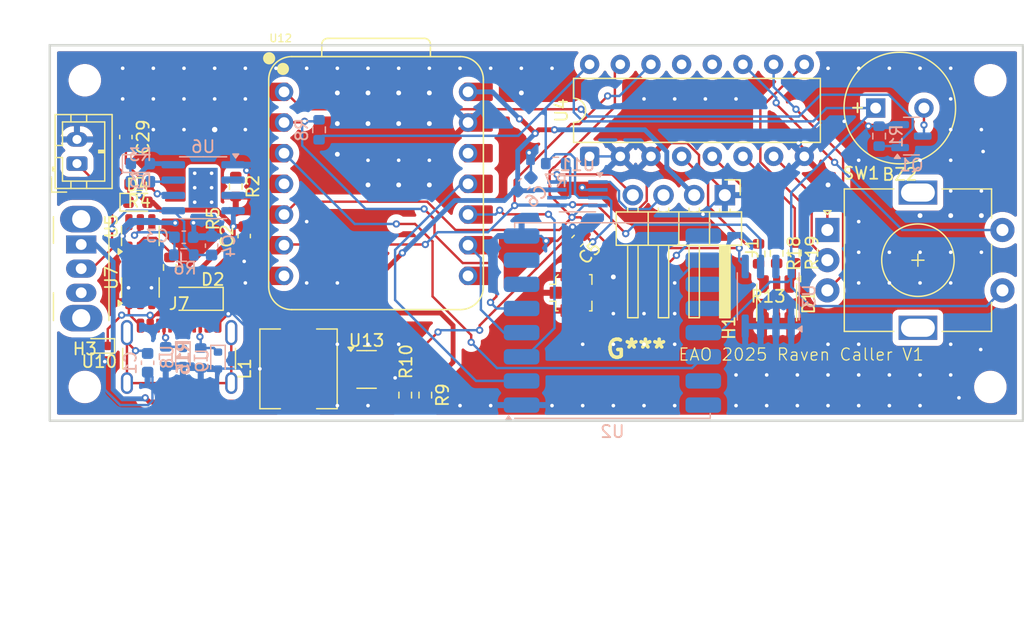
<source format=kicad_pcb>
(kicad_pcb (version 20241229) (generator "pcbnew") (generator_version "9.0")
  (layers (0 "F.Cu" signal) (2 "B.Cu" signal) (13 "F.Paste" user) (15 "B.Paste" user) (5 "F.SilkS" user "F.Silkscreen") (7 "B.SilkS" user "B.Silkscreen") (1 "F.Mask" user) (3 "B.Mask" user) (25 "Edge.Cuts" user))
  (net 0 "")
  (net 1 "Net-(BZ2--)")
  (net 2 "+3.3V")
  (net 3 "Net-(J7-SHIELD)")
  (net 4 "GND")
  (net 5 "Net-(U5-VCC)")
  (net 6 "Net-(D1-BA)")
  (net 7 "Net-(D1-RA)")
  (net 8 "Net-(D1-GA)")
  (net 9 "+5V")
  (net 10 "Net-(D3-K)")
  (net 11 "Net-(D4-K)")
  (net 12 "SDA")
  (net 13 "SCL")
  (net 16 "Net-(J7-CC1)")
  (net 17 "Net-(J7-CC2)")
  (net 22 "BUZZER")
  (net 23 "Net-(U6-PROG)")
  (net 24 "Net-(U6-~{CHRG})")
  (net 25 "Net-(U6-~{STDBY})")
  (net 26 "Net-(U5-CS)")
  (net 27 "2R")
  (net 28 "2G")
  (net 29 "2B")
  (net 39 "Net-(U5-OD)")
  (net 41 "Net-(U5-OC)")
  (net 43 "vbus")
  (net 44 "Bat")
  (net 45 "Net-(J3-In)")
  (net 46 "CS")
  (net 47 "RotSwit")
  (net 48 "RotB")
  (net 49 "RotC")
  (net 50 "RotA")
  (net 53 "INT")
  (net 54 "MOSI")
  (net 55 "MISO")
  (net 56 "SCK")
  (net 57 "Net-(U7-D1)")
  (net 58 "Net-(J1-Pin_3)")
  (net 59 "Net-(J1-Pin_4)")
  (net 60 "Net-(U13-SW)")
  (net 61 "Net-(U11-OE)")
  (net 62 "Net-(U13-V_{FB})")
  (footprint "Package_TO_SOT_SMD:SOT-23-6" (layer "F.Cu") (at 125.9 111.2625 90)
    (property "Reference" "U7")
    (property "Value" "~")
  )
  (footprint "Package_TO_SOT_SMD:SOT-23-6" (layer "F.Cu") (at 125.899999 106.987501 90)
    (property "Reference" "U5")
    (property "Value" "DW01A" (hide yes))
  )
  (footprint "Resistor_SMD:R_0603_1608Metric" (layer "F.Cu") (at 125.8 102.7 180)
    (property "Reference" "R4")
    (property "Value" "1k")
  )
  (footprint "Resistor_SMD:R_0603_1608Metric" (layer "F.Cu") (at 133.8 102.9 -90)
    (property "Reference" "R2")
    (property "Value" "2k")
  )
  (footprint "Resistor_SMD:R_0603_1608Metric" (layer "F.Cu") (at 177.099999 108.475001 -90)
    (property "Reference" "R13")
    (property "Value" "220")
  )
  (footprint "MountingHole:MountingHole_2.2mm_M2" (layer "F.Cu") (at 121.3 94.1)
    (property "Reference" "H4" (hide yes))
    (property "Value" "MountingHole")
  )
  (footprint "Package_DIP:DIP-16_W7.62mm" (layer "F.Cu") (at 163.11 100.405 90)
    (property "Reference" "U4")
    (property "Value" "PCF8574AP")
  )
  (footprint "SEEED Xiao:XIAO-SAMD21-DIP" (layer "F.Cu") (at 145.52 102.6175)
    (property "Reference" "U12")
    (property "Value" "XIAO-SAMD21-DIP")
  )
  (footprint "Diode_SMD:Nexperia_CFP3_SOD-123W" (layer "F.Cu") (at 130.5 112.2 180)
    (property "Reference" "D2")
    (property "Value" "PMEG6020ER" (hide yes))
  )
  (footprint "Inductor_SMD:L_6.3x6.3_H3" (layer "F.Cu") (at 139 118 90)
    (property "Reference" "L1")
    (property "Value" "L")
  )
  (footprint "Connector_USB:USB_C_Receptacle_GCT_USB4105-xx-A_16P_TopMnt_Horizontal" (layer "F.Cu") (at 129.11 118.105)
    (property "Reference" "J7")
    (property "Value" "USB_C_Receptacle_USB2.0_16P" (hide yes))
  )
  (footprint "Buzzer_Beeper:MagneticBuzzer_PUI_AT-0927-TT-6-R" (layer "F.Cu") (at 186.799999 96.4)
    (property "Reference" "BZ2")
    (property "Value" "Buzzer")
  )
  (footprint "Rotary_Encoder:RotaryEncoder_Alps_EC11E-Switch_Vertical_H20mm" (layer "F.Cu") (at 182.8 106.5)
    (property "Reference" "SW1")
    (property "Value" "RotaryEncoder_Switch" (hide yes))
  )
  (footprint "Package_TO_SOT_SMD:SOT-23-6" (layer "F.Cu") (at 144.6375 118.05)
    (property "Reference" "U13")
    (property "Value" "MCP1640Cx-xCHY" (hide yes))
  )
  (footprint "Connector_PinHeader_2.54mm:PinHeader_1x04_P2.54mm_Horizontal" (layer "F.Cu") (at 174.31 103.615 -90)
    (property "Reference" "J1")
    (property "Value" "I2C LCD")
  )
  (footprint "Capacitor_SMD:C_0603_1608Metric" (layer "F.Cu") (at 124.7 98.8 -90)
    (property "Reference" "C29")
    (property "Value" "3")
  )
  (footprint "Resistor_SMD:R_0603_1608Metric" (layer "F.Cu") (at 180.099999 108.4 -90)
    (property "Reference" "R19")
    (property "Value" "220")
  )
  (footprint "Connector_Coaxial:U.FL_Molex_MCRF_73412-0110_Vertical" (layer "F.Cu") (at 161.8 111.7 90)
    (property "Reference" "J3" (hide yes))
    (property "Value" "Conn_Coaxial")
  )
  (footprint "Capacitor_SMD:C_0603_1608Metric" (layer "F.Cu") (at 134.5 107 90)
    (property "Reference" "C2")
    (property "Value" "4n7")
  )
  (footprint "Connector_JST:JST_PH_B2B-PH-K_1x02_P2.00mm_Vertical" (layer "F.Cu") (at 120.65 101 90)
    (property "Reference" "J2" (hide yes))
    (property "Value" "Conn_01x02_Pin" (hide yes))
  )
  (footprint "Resistor_SMD:R_0603_1608Metric" (layer "F.Cu") (at 178.599998 108.44 -90)
    (property "Reference" "R18")
    (property "Value" "220")
  )
  (footprint "MountingHole:MountingHole_2.2mm_M2" (layer "F.Cu") (at 121.3 119.5)
    (property "Reference" "H3")
    (property "Value" "MountingHole" (hide yes))
  )
  (footprint "Capacitor_SMD:C_0603_1608Metric" (layer "F.Cu") (at 162.1 107.4 -135)
    (property "Reference" "C5")
    (property "Value" "4u7")
  )
  (footprint "Resistor_SMD:R_0603_1608Metric" (layer "F.Cu") (at 149.5 120.175 -90)
    (property "Reference" "R9")
    (property "Value" "976k" (hide yes))
  )
  (footprint "Diode_SMD:D_SOD-523" (layer "F.Cu") (at 122.5 116.1 180)
    (property "Reference" "U10")
    (property "Value" "TPD1E05U06DYA" (hide yes))
  )
  (footprint "EAOLogo:eaologoSMALL" (layer "F.Cu") (at 166.977623 116.363047)
    (property "Reference" "G***")
    (property "Value" "LOGO" (hide yes))
  )
  (footprint "Button_Switch_THT:SW_Slide_SPDT_Angled_CK_OS102011MA1Q" (layer "F.Cu") (at 121 107.7 -90)
    (property "Reference" "SW2" (hide yes))
    (property "Value" "SW_SPDT" (hide yes))
  )
  (footprint "Resistor_SMD:R_0603_1608Metric" (layer "F.Cu") (at 128.341443 109.6 -90)
    (property "Reference" "R5")
    (property "Value" "1k")
  )
  (footprint "LED_SMD:LED_ROHM_SMLVN6" (layer "F.Cu") (at 178.6 112.5 -90)
    (property "Reference" "D1")
    (property "Value" "SMLVN6RGB")
  )
  (footprint "MountingHole:MountingHole_2.2mm_M2" (layer "F.Cu") (at 196.3 119.5)
    (property "Reference" "H1")
    (property "Value" "MountingHole" (hide yes))
  )
  (footprint "Resistor_SMD:R_0603_1608Metric" (layer "F.Cu") (at 147.83744 120.174999 90)
    (property "Reference" "R10")
    (property "Value" "309k" (hide yes))
  )
  (footprint "MountingHole:MountingHole_2.2mm_M2" (layer "F.Cu") (at 196.3 94.1)
    (property "Reference" "H2" (hide yes))
    (property "Value" "MountingHole" (hide yes))
  )
  (footprint "LED_SMD:LED_0603_1608Metric" (layer "F.Cu") (at 125.7 104.2)
    (property "Reference" "D4")
    (property "Value" "LED")
  )
  (footprint "Resistor_SMD:R_0603_1608Metric" (layer "B.Cu") (at 187.0875 98.725 90)
    (property "Reference" "R1")
    (property "Value" "2k2")
  )
  (footprint "Package_SO:SSOP-8_2.95x2.8mm_P0.65mm" (layer "B.Cu") (at 162.1 103.5 180)
    (property "Reference" "U11")
    (property "Value" "TXS0102DCT")
  )
  (footprint "Diode_SMD:D_SOD-523" (layer "B.Cu") (at 129.422687 117.017494 -90)
    (property "Reference" "U8")
    (property "Value" "TPD1E05U06DYA")
  )
  (footprint "Resistor_SMD:R_0603_1608Metric" (layer "B.Cu") (at 130.9 117.1 -90)
    (property "Reference" "R16")
    (property "Value" "5k1")
  )
  (footprint "Resistor_SMD:R_0603_1608Metric" (layer "B.Cu") (at 129.5 108.57)
    (property "Reference" "R6")
    (property "Value" "100")
  )
  (footprint "Package_TO_SOT_SMD:SOT-23" (layer "B.Cu") (at 189.7625 98.725)
    (property "Reference" "Q1")
    (property "Value" "BSS138")
  )
  (footprint "Capacitor_SMD:C_0603_1608Metric" (layer "B.Cu") (at 157.7 102.7 45)
    (property "Reference" "C6")
    (property "Value" "10u")
  )
  (footprint "Capacitor_SMD:C_0603_1608Metric" (layer "B.Cu") (at 126.5 117.5 -90)
    (property "Reference" "C1")
    (property "Value" "10n")
  )
  (footprint "Resistor_SMD:R_0603_1608Metric" (layer "B.Cu") (at 160.3 101)
    (property "Reference" "R7")
    (property "Value" "10k")
  )
  (footprint "Package_SO:SOIC-8_3.9x4.9mm_P1.27mm" (layer "B.Cu") (at 177.899999 112.000001 90)
    (property "Reference" "U3")
    (property "Value" "24LC256")
  )
  (footprint "LED_SMD:LED_0603_1608Metric" (layer "B.Cu") (at 125.9 101)
    (property "Reference" "D3")
    (property "Value" "LED")
  )
  (footprint "Diode_SMD:D_SOD-523" (layer "B.Cu") (at 132.327927 117.313528 -90)
    (property "Reference" "U9")
    (property "Value" "TPD1E05U06DYA")
  )
  (footprint "Resistor_SMD:R_0603_1608Metric" (layer "B.Cu") (at 140.7 98.2 -90)
    (property "Reference" "R8")
    (property "Value" "10k")
  )
  (footprint "Resistor_SMD:R_0603_1608Metric" (layer "B.Cu") (at 128 117 90)
    (property "Reference" "R15")
    (property "Value" "5k1")
  )
  (footprint "Resistor_SMD:R_0603_1608Metric" (layer "B.Cu") (at 125.9 102.5 180)
    (property "Reference" "R3")
    (property "Value" "1k")
  )
  (footprint "Capacitor_SMD:C_0603_1608Metric" (layer "B.Cu") (at 129.5 107.1)
    (property "Reference" "C3")
    (property "Value" "3")
  )
  (footprint "Package_SO:SOIC-8-1EP_3.9x4.9mm_P1.27mm_EP2.41x3.3mm_ThermalVias" (layer "B.Cu") (at 131.1 103 180)
    (property "Reference" "U6")
    (property "Value" "TP4056-42-ESOP8")
  )
  (footprint "Capacitor_SMD:C_0603_1608Metric" (layer "B.Cu") (at 131.8 107.8 90)
    (property "Reference" "C4")
    (property "Value" "10u")
  )
  (footprint "RF_Module:HOPERF_RFM9XW_SMD" (layer "B.Cu") (at 165 114)
    (property "Reference" "U2")
    (property "Value" "RFM95W-915S2")
  )
  (gr_rect (start 118.4 91.2) (end 199 122.3) (stroke (width 0.2)) (fill no) (layer "Edge.Cuts"))
  (gr_text "EAO 2025 Raven Caller V1" (at 170.4 117.4 0) (layer "F.SilkS") (effects (font (size 1 1) (thickness 0.1)) (justify left bottom)))
  (segment (start 190.799999 96.4) (end 190.8 97.8) (width 0.2) (layer "F.Cu") (net 1))
  (via (at 190.8 97.8) (size 0.6) (drill 0.3) (layers "F.Cu" "B.Cu") (net 1))
  (segment (start 190.8 97.8) (end 190.8 98.625) (width 0.2) (layer "B.Cu") (net 1))
  (segment (start 190.8 98.625) (end 190.7 98.725) (width 0.2) (layer "B.Cu") (net 1))
  (segment (start 145.072532 117.1) (end 144.6 117.572532) (width 0.4) (layer "F.Cu") (net 2))
  (segment (start 154 114.8) (end 154 114.4) (width 0.2) (layer "F.Cu") (net 2))
  (segment (start 163.375028 107.475028) (end 163.271044 107.475028) (width 0.2) (layer "F.Cu") (net 2))
  (segment (start 144.6 117.572532) (end 144.6 118.562499) (width 0.4) (layer "F.Cu") (net 2))
  (segment (start 140.75 119) (end 139 120.75) (width 0.4) (layer "F.Cu") (net 2))
  (segment (start 144.162499 119) (end 143.5 119) (width 0.2) (layer "F.Cu") (net 2))
  (segment (start 145.775 117.1) (end 145.072532 117.1) (width 0.2) (layer "F.Cu") (net 2))
  (segment (start 143.5 119) (end 140.75 119) (width 0.4) (layer "F.Cu") (net 2))
  (segment (start 150.55 114.95) (end 148.4 117.1) (width 0.2) (layer "F.Cu") (net 2))
  (segment (start 148.4 117.1) (end 145.775 117.1) (width 0.2) (layer "F.Cu") (net 2))
  (segment (start 144.6 118.562499) (end 144.162499 119) (width 0.4) (layer "F.Cu") (net 2))
  (segment (start 161.548008 106.851992) (end 162.648008 106.851992) (width 0.2) (layer "F.Cu") (net 2))
  (segment (start 154 114.4) (end 161.548008 106.851992) (width 0.2) (layer "F.Cu") (net 2))
  (segment (start 126.65 120.75) (end 126.3 120.4) (width 0.4) (layer "F.Cu") (net 2))
  (segment (start 139 120.75) (end 126.65 120.75) (width 0.4) (layer "F.Cu") (net 2))
  (segment (start 163.271044 107.475028) (end 162.648008 106.851992) (width 0.2) (layer "F.Cu") (net 2))
  (via (at 126.3 120.4) (size 0.6) (drill 0.3) (layers "F.Cu" "B.Cu") (net 2))
  (via (at 150.55 114.95) (size 0.6) (drill 0.3) (layers "F.Cu" "B.Cu") (net 2))
  (via (at 163.375028 107.475028) (size 0.6) (drill 0.3) (layers "F.Cu" "B.Cu") (net 2))
  (via (at 154 114.8) (size 0.6) (drill 0.3) (layers "F.Cu" "B.Cu") (net 2))
  (segment (start 159.475 101) (end 159.475 97) (width 0.2) (layer "B.Cu") (net 2))
  (segment (start 172.525 115) (end 173.853032 115) (width 0.2) (layer "B.Cu") (net 2))
  (segment (start 159.475 101) (end 160.251 100.224) (width 0.2) (layer "B.Cu") (net 2))
  (segment (start 182.7329 96.4) (end 186.799999 96.4) (width 0.2) (layer "B.Cu") (net 2))
  (segment (start 123.651 119.715206) (end 123.651 109.151) (width 0.4) (layer "B.Cu") (net 2))
  (segment (start 140.7 99.025) (end 141.025 98.7) (width 0.2) (layer "B.Cu") (net 2))
  (segment (start 195.999 112.801) (end 181.39603 112.801) (width 0.2) (layer "B.Cu") (net 2))
  (segment (start 126.3 120.4) (end 126.219 120.481) (width 0.4) (layer "B.Cu") (net 2))
  (segment (start 158.9475 96.9475) (end 159.0475 96.8475) (width 0.2) (layer "B.Cu") (net 2))
  (segment (start 160.251 100.224) (end 161.538064 100.224) (width 0.2) (layer "B.Cu") (net 2))
  (segment (start 179.804999 110.5) (end 179.804999 109.525001) (width 0.2) (layer "B.Cu") (net 2))
  (segment (start 161.799 96.748943) (end 162.552057 97.502) (width 0.2) (layer "B.Cu") (net 2))
  (segment (start 159.3225 96.8475) (end 159.475 97) (width 0.2) (layer "B.Cu") (net 2))
  (segment (start 179.804999 111.209969) (end 179.804999 109.525001) (width 0.2) (layer "B.Cu") (net 2))
  (segment (start 159.3225 96.6225) (end 159.2975 96.5975) (width 0.2) (layer "B.Cu") (net 2))
  (segment (start 179.804999 109.525001) (end 179.804999 103.395) (width 0.2) (layer "B.Cu") (net 2))
  (segment (start 158.9475 96.9525) (end 158.9475 96.9475) (width 0.2) (layer "B.Cu") (net 2))
  (segment (start 123.651 109.151) (end 122 107.5) (width 0.4) (layer "B.Cu") (net 2))
  (segment (start 164.901 104.101) (end 164.625 103.825) (width 0.2) (layer "B.Cu") (net 2))
  (segment (start 162.552057 97.502) (end 181.6309 97.502) (width 0.2) (layer "B.Cu") (net 2))
  (segment (start 179.804999 103.395) (end 186.799999 96.4) (width 0.2) (layer "B.Cu") (net 2))
  (segment (start 122 107.5) (end 121.5 107.5) (width 0.4) (layer "B.Cu") (net 2))
  (segment (start 178.052031 110.801001) (end 179.503998 110.801001) (width 0.2) (layer "B.Cu") (net 2))
  (segment (start 159.475 97) (end 159.475 96.42) (width 0.2) (layer "B.Cu") (net 2))
  (segment (start 181.39603 112.801) (end 179.804999 111.209969) (width 0.2) (layer "B.Cu") (net 2))
  (segment (start 158.9475 96.9475) (end 159.2975 96.5975) (width 0.2) (layer "B.Cu") (net 2))
  (segment (start 124.416794 120.481) (end 123.651 119.715206) (width 0.4) (layer "B.Cu") (net 2))
  (segment (start 163.11 92.785) (end 161.799 94.096) (width 0.2) (layer "B.Cu") (net 2))
  (segment (start 159.9975 95.8975) (end 163.11 92.785) (width 0.2) (layer "B.Cu") (net 2))
  (segment (start 164.625 103.825) (end 163.8 103.825) (width 0.2) (layer "B.Cu") (net 2))
  (segment (start 179.503998 110.801001) (end 179.804999 110.5) (width 0.2) (layer "B.Cu") (net 2))
  (segment (start 161.799 94.096) (end 161.799 96.748943) (width 0.2) (layer "B.Cu") (net 2))
  (segment (start 161.901 103.501) (end 162.225 103.825) (width 0.2) (layer "B.Cu") (net 2))
  (segment (start 181.6309 97.502) (end 182.7329 96.4) (width 0.2) (layer "B.Cu") (net 2))
  (segment (start 161.538064 100.224) (end 161.901 100.586936) (width 0.2) (layer "B.Cu") (net 2))
  (segment (start 150.55 114.95) (end 150.7 114.8) (width 0.2) (layer "B.Cu") (net 2))
  (segment (start 159.3225 96.8475) (end 159.3225 96.6225) (width 0.2) (layer "B.Cu") (net 2))
  (segment (start 159.475 96.42) (end 159.9975 95.8975) (width 0.2) (layer "B.Cu") (net 2))
  (segment (start 150.7 114.8) (end 154 114.8) (width 0.2) (layer "B.Cu") (net 2))
  (segment (start 157.2 98.7) (end 158.9475 96.9525) (width 0.2) (layer "B.Cu") (net 2))
  (segment (start 159.0475 96.8475) (end 159.3225 96.8475) (width 0.2) (layer "B.Cu") (net 2))
  (segment (start 163.375028 107.475028) (end 164.901 105.949057) (width 0.2) (layer "B.Cu") (net 2))
  (segment (start 161.901 100.586936) (end 161.901 103.501) (width 0.2) (layer "B.Cu") (net 2))
  (segment (start 141.025 98.7) (end 157.2 98.7) (width 0.2) (layer "B.Cu") (net 2))
  (segment (start 164.901 105.949057) (end 164.901 104.101) (width 0.2) (layer "B.Cu") (net 2))
  (segment (start 173.853032 115) (end 178.052031 110.801001) (width 0.2) (layer "B.Cu") (net 2))
  (segment (start 197.3 111.5) (end 195.999 112.801) (width 0.2) (layer "B.Cu") (net 2))
  (segment (start 126.219 120.481) (end 124.416794 120.481) (width 0.4) (layer "B.Cu") (net 2))
  (segment (start 159.2975 96.5975) (end 159.9975 95.8975) (width 0.2) (layer "B.Cu") (net 2))
  (segment (start 162.225 103.825) (end 163.8 103.825) (width 0.2) (layer "B.Cu") (net 2))
  (segment (start 124.79 115) (end 124.79 115.79) (width 0.2) (layer "F.Cu") (net 3))
  (segment (start 124.79 115.79) (end 125.5 116.5) (width 0.2) (layer "F.Cu") (net 3))
  (segment (start 124.79 119.18) (end 124.79 115) (width 0.2) (layer "F.Cu") (net 3))
  (segment (start 133.43 119.18) (end 124.79 119.18) (width 0.2) (layer "F.Cu") (net 3))
  (segment (start 133.43 115) (end 133.43 119.18) (width 0.2) (layer "F.Cu") (net 3))
  (via (at 125.5 116.5) (size 0.6) (drill 0.3) (layers "F.Cu" "B.Cu") (net 3))
  (segment (start 126.275 116.5) (end 126.5 116.725) (width 0.2) (layer "B.Cu") (net 3))
  (segment (start 125.5 116.5) (end 126.275 116.5) (width 0.2) (layer "B.Cu") (net 3))
  (segment (start 143.5 118.05) (end 135.85 118.05) (width 0.2) (layer "F.Cu") (net 4))
  (segment (start 158.1 100.1) (end 155.6 97.6) (width 0.2) (layer "F.Cu") (net 4))
  (segment (start 167.030473 104.902287) (end 165.501 104.902287) (width 0.2) (layer "F.Cu") (net 4))
  (segment (start 180.89 100.405) (end 180.89 99.79) (width 0.2) (layer "F.Cu") (net 4))
  (segment (start 126.849999 112.4) (end 128.341443 110.908556) (width 0.2) (layer "F.Cu") (net 4))
  (segment (start 132.31 114.425) (end 132.31 114.317362) (width 0.2) (layer "F.Cu") (net 4))
  (segment (start 167.841 104.09176) (end 167.030473 104.902287) (width 0.2) (layer "F.Cu") (net 4))
  (segment (start 163.584492 102.985779) (end 165.501 104.902287) (width 0.2) (layer "F.Cu") (net 4))
  (segment (start 172.169 101.19905) (end 172.169 100.28695) (width 0.2) (layer "F.Cu") (net 4))
  (segment (start 161.580908 106.251992) (end 161.7 106.251992) (width 0.2) (layer "F.Cu") (net 4))
  (segment (start 124.919255 112.369254) (end 124.950001 112.4) (width 0.2) (layer "F.Cu") (net 4))
  (segment (start 167.841 102.596) (end 167.841 104.09176) (width 0.2) (layer "F.Cu") (net 4))
  (segment (start 174.31 103.34005) (end 172.169 101.19905) (width 0.2) (layer "F.Cu") (net 4))
  (segment (start 126.849999 111.318244) (end 126.819255 111.2875) (width 0.2) (layer "F.Cu") (net 4))
  (segment (start 174.31 103.615) (end 174.31 103.34005) (width 0.2) (layer "F.Cu") (net 4))
  (segment (start 180.89 99.79) (end 180.4 99.3) (width 0.2) (layer "F.Cu") (net 4))
  (segment (start 162.501 102.985779) (end 163.584492 102.985779) (width 0.2) (layer "F.Cu") (net 4))
  (segment (start 165.65 100.405) (end 167.841 102.596) (width 0.2) (layer "F.Cu") (net 4))
  (segment (start 126.849999 112.4) (end 126.849999 111.318244) (width 0.2) (layer "F.Cu") (net 4))
  (segment (start 124.95 106.462083) (end 124.95 105.850001) (width 0.2) (layer "F.Cu") (net 4))
  (segment (start 172.169 100.28695) (end 171.18605 99.304) (width 0.2) (layer "F.Cu") (net 4))
  (segment (start 129.117443 109.649) (end 128.341443 110.425) (width 0.2) (layer "F.Cu") (net 4))
  (segment (start 155.6 97.6) (end 153.875 97.6) (width 0.2) (layer "F.Cu") (net 4))
  (segment (start 124.412083 107) (end 124.95 106.462083) (width 0.2) (layer "F.Cu") (net 4))
  (segment (start 129.117443 107.082557) (end 129.117443 109.649) (width 0.2) (layer "F.Cu") (net 4))
  (segment (start 159.5 107.4) (end 160.4329 107.4) (width 0.2) (layer "F.Cu") (net 4))
  (segment (start 124.919255 111.2875) (end 124.919255 112.369254) (width 0.2) (layer "F.Cu") (net 4))
  (segment (start 128.341443 110.908556) (end 128.341443 110.425) (width 0.2) (layer "F.Cu") (net 4))
  (segment (start 169.291 99.304) (end 168.19 100.405) (width 0.2) (layer "F.Cu") (net 4))
  (segment (start 121.8 116.249) (end 122.951 117.4) (width 0.2) (layer "F.Cu") (net 4))
  (segment (start 134.175 103.725) (end 133.8 103.725) (width 0.2) (layer "F.Cu") (net 4))
  (segment (start 124.950001 113.465001) (end 124.950001 112.4) (width 0.2) (layer "F.Cu") (net 4))
  (segment (start 147.599999 119.349999) (end 147 118.75) (width 0.2) (layer "F.Cu") (net 4))
  (segment (start 171.18605 99.304) (end 169.291 99.304) (width 0.2) (layer "F.Cu") (net 4))
  (segment (start 185.8 97.5) (end 184.2 97.5) (width 0.2) (layer "F.Cu") (net 4))
  (segment (start 130.285735 105.914265) (end 130.3 105.9) (width 0.2) (layer "F.Cu") (net 4))
  (segment (start 135.85 118.05) (end 135.8 118) (width 0.2) (layer "F.Cu") (net 4))
  (segment (start 130.3 105.9) (end 129.117443 107.082557) (width 0.2) (layer "F.Cu") (net 4))
  (segment (start 128.785735 105.914265) (end 130.285735 105.914265) (width 0.2) (layer "F.Cu") (net 4))
  (segment (start 160.4329 107.4) (end 161.580908 106.251992) (width 0.2) (layer "F.Cu") (net 4))
  (segment (start 121.8 116.1) (end 121.8 116.249) (width 0.2) (layer "F.Cu") (net 4))
  (segment (start 124.4 107) (end 124.412083 107) (width 0.2) (layer "F.Cu") (net 4))
  (segment (start 147.83744 119.349999) (end 147.599999 119.349999) (width 0.2) (layer "F.Cu") (net 4))
  (segment (start 186.2 97.9) (end 185.8 97.5) (width 0.2) (layer "F.Cu") (net 4))
  (segment (start 132.31 114.317362) (end 133.182527 113.444835) (width 0.2) (layer "F.Cu") (net 4))
  (segment (start 125.91 114.425) (end 124.950001 113.465001) (width 0.2) (layer "F.Cu") (net 4))
  (via (at 185.395 108.3455) (size 0.6) (drill 0.3) (layers "F.Cu" "B.Cu") (net 4))
  (via (at 185.395 118.5055) (size 0.6) (drill 0.3) (layers "F.Cu" "B.Cu") (net 4))
  (via (at 170.155 95.6455) (size 0.6) (drill 0.3) (layers "F.Cu" "B.Cu") (net 4))
  (via (at 177.775 118.5055) (size 0.6) (drill 0.3) (layers "F.Cu" "B.Cu") (net 4))
  (via (at 157.455 95.147717) (size 0.6) (drill 0.4) (layers "F.Cu" "B.Cu") (net 4))
  (via (at 149.835 100.7255) (size 0.6) (drill 0.3) (layers "F.Cu" "B.Cu") (net 4))
  (via (at 124.435 93.1055) (size 0.6) (drill 0.3) (layers "F.Cu" "B.Cu") (net 4))
  (via (at 128.785735 105.914265) (size 0.6) (drill 0.3) (layers "F.Cu" "B.Cu") (net 4))
  (via (at 149.835 95.147717) (size 0.6) (drill 0.4) (layers "F.Cu" "B.Cu") (net 4))
  (via (at 122.951 117.4) (size 0.6) (drill 0.3) (layers "F.Cu" "B.Cu") (net 4))
  (via (at 184.2 97.5) (size 0.6) (drill 0.3) (layers "F.Cu" "B.Cu") (net 4))
  (via (at 193.015 110.8855) (size 0.6) (drill 0.3) (layers "F.Cu" "B.Cu") (net 4))
  (via (at 144.755 93.1055) (size 0.6) (drill 0.3) (layers "F.Cu" "B.Cu") (net 4))
  (via (at 193.7 120.4) (size 0.6) (drill 0.3) (layers "F.Cu" "B.Cu") (net 4))
  (via (at 134.595 110.8855) (size 0.6) (drill 0.3) (layers "F.Cu" "B.Cu") (net 4))
  (via (at 195.7 100) (size 0.6) (drill 0.3) (layers "F.Cu" "B.Cu") (net 4))
  (via (at 132.055 98.1855) (size 0.6) (drill 0.45) (layers "F.Cu" "B.Cu") (net 4))
  (via (at 195.5 116.4) (size 0.6) (drill 0.3) (layers "F.Cu" "B.Cu") (net 4))
  (via (at 182.855 115.9655) (size 0.6) (drill 0.3) (layers "F.Cu" "B.Cu") (net 4))
  (via (at 165.075 115.9655) (size 0.6) (drill 0.3) (layers "F.Cu" "B.Cu") (net 4))
  (via (at 187.935 108.3455) (size 0.6) (drill 0.3) (layers "F.Cu" "B.Cu") (net 4))
  (via (at 190.475 110.8855) (size 0.6) (drill 0.3) (layers "F.Cu" "B.Cu") (net 4))
  (via (at 142.215 115.9655) (size 0.6) (drill 0.3) (layers "F.Cu" "B.Cu") (net 4))
  (via (at 182.855 102.767717) (size 0.6) (drill 0.4) (layers "F.Cu" "B.Cu") (net 4))
  (via (at 134.707874 101.567967) (size 0.6) (drill 0.3) (layers "F.Cu" "B.Cu") (net 4))
  (via (at 190.475 100.7255) (size 0.6) (drill 0.3) (layers "F.Cu" "B.Cu") (net 4))
  (via (at 129.515 95.6455) (size 0.6) (drill 0.3) (layers "F.Cu" "B.Cu") (net 4))
  (via (at 147 118.75) (size 0.6) (drill 0.3) (layers "F.Cu" "B.Cu") (net 4))
  (via (at 126.975 98.1855) (size 0.6) (drill 0.3) (layers "F.Cu" "B.Cu") (net 4))
  (via (at 159.995 93.1055) (size 0.6) (drill 0.3) (layers "F.Cu" "B.Cu") (net 4))
  (via (at 195.555 108.3455) (size 0.6) (drill 0.3) (layers "F.Cu" "B.Cu") (net 4))
  (via (at 175.235 118.5055) (size 0.6) (drill 0.3) (layers "F.Cu" "B.Cu") (net 4))
  (via (at 167.615 113.4255) (size 0.6) (drill 0.3) (layers "F.Cu" "B.Cu") (net 4))
  (via (at 126.975 95.6455) (size 0.6) (drill 0.3) (layers "F.Cu" "B.Cu") (net 4))
  (via (at 144.755 97.687717) (size 0.6) (drill 0.4) (layers "F.Cu" "B.Cu") (net 4))
  (via (at 139.675 93.1055) (size 0.6) (drill 0.3) (layers "F.Cu" "B.Cu") (net 4))
  (via (at 187.935 118.5055) (size 0.6) (drill 0.3) (layers "F.Cu" "B.Cu") (net 4))
  (via (at 190.475 118.5055) (size 0.6) (drill 0.3) (layers "F.Cu" "B.Cu") (net 4))
  (via (at 124.919255 111.2875) (size 0.6) (drill 0.3) (layers "F.Cu" "B.Cu") (net 4))
  (via (at 170.155 121.0455) (size 0.6) (drill 0.3) (layers "F.Cu" "B.Cu") (net 4))
  (via (at 172.695 95.6455) (size 0.6) (drill 0.3) (layers "F.Cu" "B.Cu") (net 4))
  (via (at 126.975 93.1055) (size 0.6) (drill 0.3) (layers "F.Cu" "B.Cu") (net 4))
  (via (at 149.835 97.687717) (size 0.6) (drill 0.4) (layers "F.Cu" "B.Cu") (net 4))
  (via (at 193.015 100.7255) (size 0.6) (drill 0.3) (layers "F.Cu" "B.Cu") (net 4))
  (via (at 147.295 115.9655) (size 0.6) (drill 0.3) (layers "F.Cu" "B.Cu") (net 4))
  (via (at 144.755 100.7255) (size 0.6) (drill 0.3) (layers "F.Cu" "B.Cu") (net 4))
  (via (at 132.055 95.6455) (size 0.6) (drill 0.3) (layers "F.Cu" "B.Cu") (net 4))
  (via (at 175.235 121.0455) (size 0.6) (drill 0.3) (layers "F.Cu" "B.Cu") (net 4))
  (via (at 147.295 93.1055) (size 0.6) (drill 0.3) (layers "F.Cu" "B.Cu") (net 4))
  (via (at 187.935 93.1055) (size 0.6) (drill 0.3) (layers "F.Cu" "B.Cu") (net 4))
  (via (at 157.455 93.1055) (size 0.6) (drill 0.3) (layers "F.Cu" "B.Cu") (net 4))
  (via (at 182.855 118.5055) (size 0.6) (drill 0.3) (layers "F.Cu" "B.Cu") (net 4))
  (via (at 124.435 95.6455) (size 0.6) (drill 0.3) (layers "F.Cu" "B.Cu") (net 4))
  (via (at 193.015 115.9655) (size 0.6) (drill 0.3) (layers "F.Cu" "B.Cu") (net 4))
  (via (at 195.555 98.1855) (size 0.6) (drill 0.3) (layers "F.Cu" "B.Cu") (net 4))
  (via (at 190.475 121.0455) (size 0.6) (drill 0.3) (layers "F.Cu" "B.Cu") (net 4))
  (via (at 190.475 93.1055) (size 0.6) (drill 0.3) (layers "F.Cu" "B.Cu") (net 4))
  (via (at 193.015 98.1855) (size 0.6) (drill 0.3) (layers "F.Cu" "B.Cu") (net 4))
  (via (at 129.515 98.1855) (size 0.6) (drill 0.3) (layers "F.Cu" "B.Cu") (net 4))
  (via (at 180.4 99.3) (size 0.6) (drill 0.3) (layers "F.Cu" "B.Cu") (net 4))
  (via (at 134.595 93.1055) (size 0.6) (drill 0.3) (layers "F.Cu" "B.Cu") (net 4))
  (via (at 142.215 95.147717) (size 0.6) (drill 0.4) (layers "F.Cu" "B.Cu") (net 4))
  (via (at 142.215 93.1055) (size 0.6) (drill 0.3) (layers "F.Cu" "B.Cu") (net 4))
  (via (at 159.5 107.4) (size 0.6) (drill 0.3) (layers "F.Cu" "B.Cu") (net 4))
  (via (at 124.4 107) (size 0.6) (drill 0.3) (layers "F.Cu" "B.Cu") (net 4))
  (via (at 193.015 103.2655) (size 0.6) (drill 0.3) (layers "F.Cu" "B.Cu") (net 4))
  (via (at 147.295 97.687717) (size 0.6) (drill 0.4) (layers "F.Cu" "B.Cu") (net 4))
  (via (at 193.015 93.1055) (size 0.6) (drill 0.3) (layers "F.Cu" "B.Cu") (net 4))
  (via (at 185.395 115.9655) (size 0.6) (drill 0.3) (layers "F.Cu" "B.Cu") (net 4))
  (via (at 167.615 95.6455) (size 0.6) (drill 0.3) (layers "F.Cu" "B.Cu") (net 4))
  (via (at 193.015 108.3455) (size 0.6) (drill 0.3) (layers "F.Cu" "B.Cu") (net 4))
  (via (at 172.5 105.2) (size 0.6) (drill 0.3) (layers "F.Cu" "B.Cu") (net 4))
  (via (at 195.555 103.2655) (size 0.6) (drill 0.3) (layers "F.Cu" "B.Cu") (net 4))
  (via (at 152.375 121.0455) (size 0.6) (drill 0.3) (layers "F.Cu" "B.Cu") (net 4))
  (via (at 144.755 102.767717) (size 0.6) (drill 0.4) (layers "F.Cu" "B.Cu") (net 4))
  (via (at 180.315 121.0455) (size 0.6) (drill 0.3) (layers "F.Cu" "B.Cu") (net 4))
  (via (at 182.855 93.1055) (size 0.6) (drill 0.3) (layers "F.Cu" "B.Cu") (net 4))
  (via (at 149.835 93.1055) (size 0.6) (drill 0.3) (layers "F.Cu" "B.Cu") (net 4))
  (via (at 144.755 121.0455) (size 0.6) (drill 0.3) (layers "F.Cu" "B.Cu") (net 4))
  (via (at 142.215 97.687717) (size 0.6) (drill 0.4) (layers "F.Cu" "B.Cu") (net 4))
  (via (at 165.075 110.387717) (size 0.6) (drill 0.4) (layers "F.Cu" "B.Cu") (net 4))
  (via (at 167.615 115.9655) (size 0.6) (drill 0.3) (layers "F.Cu" "B.Cu") (net 4))
  (via (at 162.501 102.985779) (size 0.6) (drill 0.3) (layers "F.Cu" "B.Cu") (net 4))
  (via (at 190.475 108.3455) (size 0.6) (drill 0.3) (layers "F.Cu" "B.Cu") (net 4))
  (via (at 175.235 95.6455) (size 0.6) (drill 0.3) (layers "F.Cu" "B.Cu") (net 4))
  (via (at 147.295 102.767717) (size 0.6) (drill 0.4) (layers "F.Cu" "B.Cu") (net 4))
  (via (at 193.015 118.5055) (size 0.6) (drill 0.3) (layers "F.Cu" "B.Cu") (net 4))
  (via (at 182.855 121.0455) (size 0.6) (drill 0.3) (layers "F.Cu" "B.Cu") (net 4))
  (via (at 161.7 106.251992) (size 0.6) (drill 0.3) (layers "F.Cu" "B.Cu") (net 4))
  (via (at 134.5 109.1) (size 0.6) (drill 0.3) (layers "F.Cu" "B.Cu") (net 4))
  (via (at 193.015 95.6455) (size 0.6) (drill 0.3) (layers "F.Cu" "B.Cu") (net 4))
  (via (at 185.395 93.1055) (size 0.6) (drill 0.3) (layers "F.Cu" "B.Cu") (net 4))
  (via (at 135.8 118) (size 0.6) (drill 0.3) (layers "F.Cu" "B.Cu") (net 4))
  (via (at 158.1 100.1) (size 0.6) (drill 0.3) (layers "F.Cu" "B.Cu") (net 4))
  (via (at 126.819255 111.2875) (size 0.6) (drill 0.3) (layers "F.Cu" "B.Cu") (net 4))
  (via (at 139.675 105.8055) (size 0.6) (drill 0.3) (layers "F.Cu" "B.Cu") (net 4))
  (via (at 130.3 105.9) (size 0.6) (drill 0.3) (layers "F.Cu" "B.Cu") (net 4))
  (via (at 129.515 93.1055) (size 0.6) (drill 0.3) (layers "F.Cu" "B.Cu") (net 4))
  (via (at 180.315 118.5055) (size 0.6) (drill 0.3) (layers "F.Cu" "B.Cu") (net 4))
  (via (at 147.295 100.7255) (size 0.6) (drill 0.3) (layers "F.Cu" "B.Cu") (net 4))
  (via (at 195.555 105.307717) (size 0.6) (drill 0.4) (layers "F.Cu" "B.Cu") (net 4))
  (via (at 144.755 95.147717) (size 0.6) (drill 0.4) (layers "F.Cu" "B.Cu") (net 4))
  (via (at 185.395 110.8855) (size 0.6) (drill 0.3) (layers "F.Cu" "B.Cu") (net 4))
  (via (at 187.935 110.8855) (size 0.6) (drill 0.3) (layers "F.Cu" "B.Cu") (net 4))
  (via (at 134.595 98.1855) (size 0.6) (drill 0.3) (layers "F.Cu" "B.Cu") (net 4))
  (via (at 185.395 121.0455) (size 0.6) (drill 0.3) (layers "F.Cu" "B.Cu") (net 4))
  (via (at 162.535 115.9655) (size 0.6) (drill 0.3) (layers "F.Cu" "B.Cu") (net 4))
  (via (at 185.395 105.8055) (size 0.6) (drill 0.3) (layers "F.Cu" "B.Cu") (net 4))
  (via (at 185.395 100.7255) (size 0.6) (drill 0.3) (layers "F.Cu" "B.Cu") (net 4))
  (via (at 142.215 121.0455) (size 0.6) (drill 0.3) (layers "F.Cu" "B.Cu") (net 4))
  (via (at 144.755 115.9655) (size 0.6) (drill 0.3) (layers "F.Cu" "B.Cu") (net 4))
  (via (at 170.155 110.8855) (size 0.6) (drill 0.3) (layers "F.Cu" "B.Cu") (net 4))
  (via (at 165.075 121.0455) (size 0.6) (drill 0.3) (layers "F.Cu" "B.Cu") (net 4))
  (via (at 154.915 93.1055) (size 0.6) (drill 0.3) (layers "F.Cu" "B.Cu") (net 4))
  (via (at 142.215 110.8855) (size 0.6) (drill 0.3) (layers "F.Cu" "B.Cu") (net 4))
  (via (at 154.915 121.0455) (size 0.6) (drill 0.3) (layers "F.Cu" "B.Cu") (net 4))
  (via (at 170.155 113.4255) (size 0.6) (drill 0.3) (layers "F.Cu" "B.Cu") (net 4))
  (via (at 133.182527 113.444835) (size 0.6) (drill 0.3) (layers "F.Cu" "B.Cu") (net 4))
  (via (at 186.2 97.9) (size 0.6) (drill 0.3) (layers "F.Cu" "B.Cu") (net 4))
  (via (at 162.535 121.0455) (size 0.6) (drill 0.3) (layers "F.Cu" "B.Cu") (net 4))
  (via (at 170.155 115.9655) (size 0.6) (drill 0.3) (layers "F.Cu" "B.Cu") (net 4))
  (via (at 177.775 121.0455) (size 0.6) (drill 0.3) (layers "F.Cu" "B.Cu") (net 4))
  (via (at 152.375 93.1055) (size 0.6) (drill 0.3) (layers "F.Cu" "B.Cu") (net 4))
  (via (at 139.675 110.8855) (size 0.6) (drill 0.3) (layers "F.Cu" "B.Cu") (net 4))
  (via (at 137.135 93.1055) (size 0.6) (drill 0.3) (layers "F.Cu" "B.Cu") (net 4))
  (via (at 132.055 93.1055) (size 0.6) (drill 0.3) (layers "F.Cu" "B.Cu") (net 4))
  (via (at 134.595 95.6455) (size 0.6) (drill 0.3) (layers "F.Cu" "B.Cu") (net 4))
  (via (at 193.015 105.307717) (size 0.6) (drill 0.4) (layers "F.Cu" "B.Cu") (net 4))
  (via (at 149.835 102.767717) (size 0.6) (drill 0.4) (layers "F.Cu" "B.Cu") (net 4))
  (via (at 190.475 105.307717) (size 0.6) (drill 0.4) (layers "F.Cu" "B.Cu") (net 4))
  (via (at 187.935 121.0455) (size 0.6) (drill 0.3) (layers "F.Cu" "B.Cu") (net 4))
  (via (at 167.615 121.0455) (size 0.6) (drill 0.3) (layers "F.Cu" "B.Cu") (net 4))
  (via (at 142.215 100.227717) (size 0.6) (drill 0.4) (layers "F.Cu" "B.Cu") (net 4))
  (via (at 159.995 121.0455) (size 0.6) (drill 0.3) (layers "F.Cu" "B.Cu") (net 4))
  (via (at 165.075 113.4255) (size 0.6) (drill 0.3) (layers "F.Cu" "B.Cu") (net 4))
  (via (at 147.295 95.147717) (size 0.6) (drill 0.4) (layers "F.Cu" "B.Cu") (net 4))
  (segment (start 125.5 105.9) (end 128.77147 105.9) (width 0.2) (layer "B.Cu") (net 4))
  (segment (start 130.275 105.925) (end 130.3 105.9) (width 0.2) (layer "B.Cu") (net 4))
  (segment (start 172.525 109.000001) (end 172.040499 109.000001) (width 0.2) (layer "B.Cu") (net 4))
  (segment (start 126.819255 111.2875) (end 124.919255 111.2875) (width 0.2) (layer "B.Cu") (net 4))
  (segment (start 135.8 115.687215) (end 135.8 118) (width 0.2) (layer "B.Cu") (net 4))
  (segment (start 163.11 100.405) (end 165.65 100.405) (width 0.2) (layer "B.Cu") (net 4))
  (segment (start 147 118.75) (end 146.25 118) (width 0.2) (layer "B.Cu") (net 4))
  (segment (start 135.779 117.979) (end 132.362455 117.979) (width 0.2) (layer "B.Cu") (net 4))
  (segment (start 134.60505 101.095) (end 133.575 101.095) (width 0.2) (layer "B.Cu") (net 4))
  (segment (start 146.25 118) (end 135.8 118) (width 0.2) (layer "B.Cu") (net 4))
  (segment (start 124.4 107) (end 125.5 105.9) (width 0.2) (layer "B.Cu") (net 4))
  (segment (start 133.182527 113.444835) (end 133.55762 113.444835) (width 0.2) (layer "B.Cu") (net 4))
  (segment (start 130.275 107.1) (end 130.275 105.925) (width 0.2) (layer "B.Cu") (net 4))
  (segment (start 188.8125 97.775) (end 188.7625 97.725) (width 0.2) (layer "B.Cu") (net 4))
  (segment (start 180.4 99.3) (end 182.2 97.5) (width 0.2) (layer "B.Cu") (net 4))
  (segment (start 158.248008 102.151992) (end 158.248008 100.248008) (width 0.2) (layer "B.Cu") (net 4))
  (segment (start 122.951 119.723726) (end 124.228274 121.001) (width 0.2) (layer "B.Cu") (net 4))
  (segment (start 124.228274 121.001) (end 126.548943 121.001) (width 0.2) (layer "B.Cu") (net 4))
  (segment (start 172.5 105.2) (end 174.085 103.615) (width 0.2) (layer "B.Cu") (net 4))
  (segment (start 182.2 97.5) (end 184.2 97.5) (width 0.2) (layer "B.Cu") (net 4))
  (segment (start 135.8 118) (end 135.779 117.979) (width 0.2) (layer "B.Cu") (net 4))
  (segment (start 134.707874 101.567967) (end 134.707874 101.197824) (width 0.2) (layer "B.Cu") (net 4))
  (segment (start 158.248008 100.248008) (end 158.1 100.1) (width 0.2) (layer "B.Cu") (net 4))
  (segment (start 126.548943 121.001) (end 126.901 120.648943) (width 0.2) (layer "B.Cu") (net 4))
  (segment (start 134.707874 101.197824) (end 134.60505 101.095) (width 0.2) (layer "B.Cu") (net 4))
  (segment (start 133.55762 113.444835) (end 135.8 115.687215) (width 0.2) (layer "B.Cu") (net 4))
  (segment (start 157.475 107) (end 159.1 107) (width 0.2) (layer "B.Cu") (net 4))
  (segment (start 122.951 117.4) (end 122.951 119.723726) (width 0.2) (layer "B.Cu") (net 4))
  (segment (start 186.2 97.9) (end 188.7 97.9) (width 0.2) (layer "B.Cu") (net 4))
  (segment (start 126.901 120.648943) (end 126.901 118.676) (width 0.2) (layer "B.Cu") (net 4))
  (segment (start 188.7 97.9) (end 188.825 97.775) (width 0.2) (layer "B.Cu") (net 4))
  (segment (start 162.690221 103.175) (end 162.501 102.985779) (width 0.2) (layer "B.Cu") (net 4))
  (segment (start 159.1 107) (end 159.5 107.4) (width 0.2) (layer "B.Cu") (net 4))
  (segment (start 132.362455 117.979) (end 132.327927 118.013528) (width 0.2) (layer "B.Cu") (net 4))
  (segment (start 174.085 103.615) (end 174.31 103.615) (width 0.2) (layer "B.Cu") (net 4))
  (segment (start 172.040499 109.000001) (end 170.155 110.8855) (width 0.2) (layer "B.Cu") (net 4))
  (segment (start 163.8 103.175) (end 162.690221 103.175) (width 0.2) (layer "B.Cu") (net 4))
  (segment (start 126.901 118.676) (end 126.5 118.275) (width 0.2) (layer "B.Cu") (net 4))
  (segment (start 128.77147 105.9) (end 128.785735 105.914265) (width 0.2) (layer "B.Cu") (net 4))
  (segment (start 125.899999 105.850001) (end 125.899999 105.495532) (width 0.2) (layer "F.Cu") (net 5))
  (segment (start 125.899999 106.4482) (end 125.899999 105.850001) (width 0.2) (layer "F.Cu") (net 5))
  (segment (start 125.415473 106.932726) (end 125.899999 106.4482) (width 0.2) (layer "F.Cu") (net 5))
  (via (at 125.415473 106.932726) (size 0.6) (drill 0.3) (layers "F.Cu" "B.Cu") (net 5))
  (segment (start 125.415473 106.932726) (end 125.658974 106.689225) (width 0.2) (layer "B.Cu") (net 5))
  (segment (start 127.574054 106.7) (end 128.325 106.7) (width 0.2) (layer "B.Cu") (net 5))
  (segment (start 128.725 108.52) (end 128.675 108.57) (width 0.2) (layer "B.Cu") (net 5))
  (segment (start 128.725 107.1) (end 128.725 108.52) (width 0.2) (layer "B.Cu") (net 5))
  (segment (start 127.563279 106.689225) (end 127.574054 106.7) (width 0.2) (layer "B.Cu") (net 5))
  (segment (start 125.658974 106.689225) (end 127.563279 106.689225) (width 0.2) (layer "B.Cu") (net 5))
  (segment (start 128.325 106.7) (end 128.725 107.1) (width 0.2) (layer "B.Cu") (net 5))
  (segment (start 180.099999 109.225) (end 180.099999 110.525001) (width 0.2) (layer "F.Cu") (net 6))
  (segment (start 180.099999 110.525001) (end 179.649999 110.975001) (width 0.2) (layer "F.Cu") (net 6))
  (segment (start 178.599998 109.265) (end 178.599999 110.975001) (width 0.2) (layer "F.Cu") (net 7))
  (segment (start 177.599999 110.925001) (end 177.549998 110.975003) (width 0.2) (layer "F.Cu") (net 8))
  (segment (start 177.099999 109.300001) (end 177.099999 110.525001) (width 0.2) (layer "F.Cu") (net 8))
  (segment (start 177.099999 110.525001) (end 177.549998 110.975003) (width 0.2) (layer "F.Cu") (net 8))
  (segment (start 149.5 118.55) (end 150 118.05) (width 0.4) (layer "F.Cu") (net 9))
  (segment (start 145.6 112.776) (end 145 113.376) (width 0.4) (layer "F.Cu") (net 9))
  (segment (start 149.5 119.35) (end 149.5 118.55) (width 0.4) (layer "F.Cu") (net 9))
  (segment (start 145.6 112.776) (end 146.2 113.376) (width 0.4) (layer "F.Cu") (net 9))
  (segment (start 150.767364 113.376) (end 146.2 113.376) (width 0.4) (layer "F.Cu") (net 9))
  (segment (start 150 118.05) (end 151.2 118.05) (width 0.4) (layer "F.Cu") (net 9))
  (segment (start 132.099999 112.5) (end 131.899999 112.3) (width 0.2) (layer "F.Cu") (net 9))
  (segment (start 145.775 118.05) (end 150 118.05) (width 0.4) (layer "F.Cu") (net 9))
  (segment (start 151.2 118.05) (end 151.801 117.449) (width 0.4) (layer "F.Cu") (net 9))
  (segment (start 145.6 112.6) (end 145.6 113.376) (width 0.4) (layer "F.Cu") (net 9))
  (segment (start 158.9 98.2) (end 158.6 98.5) (width 0.4) (layer "F.Cu") (net 9))
  (segment (start 147.6 108.4) (end 145.6 110.4) (width 0.4) (layer "F.Cu") (net 9))
  (segment (start 160.2 98.2) (end 158.9 98.2) (width 0.4) (layer "F.Cu") (net 9))
  (segment (start 157.4 97.3) (end 158.6 98.5) (width 0.4) (layer "F.Cu") (net 9))
  (segment (start 145.6 110.4) (end 145.6 112.6) (width 0.4) (layer "F.Cu") (net 9))
  (segment (start 134.501 113.376) (end 133.325 112.2) (width 0.4) (layer "F.Cu") (net 9))
  (segment (start 146.2 113.376) (end 145.6 113.376) (width 0.4) (layer "F.Cu") (net 9))
  (segment (start 144.9 113.376) (end 134.501 113.376) (width 0.4) (layer "F.Cu") (net 9))
  (segment (start 145 113.376) (end 144.9 113.376) (width 0.4) (layer "F.Cu") (net 9))
  (segment (start 157.3 97.3) (end 157.4 97.3) (width 0.2) (layer "F.Cu") (net 9))
  (segment (start 151.801 114.409636) (end 150.767364 113.376) (width 0.4) (layer "F.Cu") (net 9))
  (segment (start 133.325 112.2) (end 131.899999 112.2) (width 0.4) (layer "F.Cu") (net 9))
  (segment (start 145.6 113.376) (end 144.9 113.376) (width 0.4) (layer "F.Cu") (net 9))
  (segment (start 145.6 112.6) (end 145.6 112.776) (width 0.4) (layer "F.Cu") (net 9))
  (segment (start 151.801 117.449) (end 151.801 114.409636) (width 0.4) (layer "F.Cu") (net 9))
  (via (at 157.3 97.3) (size 0.6) (drill 0.3) (layers "F.Cu" "B.Cu") (net 9))
  (via (at 147.6 108.4) (size 0.6) (drill 0.3) (layers "F.Cu" "B.Cu") (net 9))
  (via (at 160.2 98.2) (size 0.6) (drill 0.3) (layers "F.Cu" "B.Cu") (net 9))
  (via (at 158.6 98.5) (size 0.6) (drill 0.3) (layers "F.Cu" "B.Cu") (net 9))
  (segment (start 156.049264 104.057) (end 156.858256 103.248008) (width 0.4) (layer "B.Cu") (net 9))
  (segment (start 151.943 104.057) (end 147.6 108.4) (width 0.4) (layer "B.Cu") (net 9))
  (segment (start 157.151992 103.248008) (end 157.151992 99.948008) (width 0.4) (layer "B.Cu") (net 9))
  (segment (start 167.683471 98.2) (end 169.5 100.016529) (width 0.4) (layer "B.Cu") (net 9))
  (segment (start 155.06 95.06) (end 157.3 97.3) (width 0.4) (layer "B.Cu") (net 9))
  (segment (start 156.049264 104.057) (end 151.943 104.057) (width 0.4) (layer "B.Cu") (net 9))
  (segment (start 160.4 103.175) (end 158.525 103.175) (width 0.4) (layer "B.Cu") (net 9))
  (segment (start 156.858256 103.248008) (end 157.151992 103.248008) (width 0.4) (layer "B.Cu") (net 9))
  (segment (start 160.2 98.2) (end 167.683471 98.2) (width 0.4) (layer "B.Cu") (net 9))
  (segment (start 169.5 100.016529) (end 169.5 101.345) (width 0.4) (layer "B.Cu") (net 9))
  (segment (start 157.151992 99.948008) (end 158.6 98.5) (width 0.4) (layer "B.Cu") (net 9))
  (segment (start 158.451992 103.248008) (end 157.151992 103.248008) (width 0.4) (layer "B.Cu") (net 9))
  (segment (start 153.04 95.06) (end 155.06 95.06) (width 0.4) (layer "B.Cu") (net 9))
  (segment (start 171.77 103.615) (end 169.5 101.345) (width 0.4) (layer "B.Cu") (net 9))
  (segment (start 158.525 103.175) (end 158.451992 103.248008) (width 0.4) (layer "B.Cu") (net 9))
  (segment (start 125.075 102.5) (end 125.075 101.037499) (width 0.2) (layer "B.Cu") (net 10))
  (segment (start 125.075 101.037499) (end 125.112499 101) (width 0.2) (layer "B.Cu") (net 10))
  (segment (start 124.912499 102.762501) (end 124.975 102.7) (width 0.2) (layer "F.Cu") (net 11))
  (segment (start 124.912499 104.2) (end 124.912499 102.762501) (width 0.2) (layer "F.Cu") (net 11))
  (segment (start 149.657 104.157) (end 152 106.5) (width 0.2) (layer "F.Cu") (net 12))
  (segment (start 165.2 96.3) (end 160.201 101.299) (width 0.2) (layer "F.Cu") (net 12))
  (segment (start 165.65 92.785) (end 165.2 93.235) (width 0.2) (layer "F.Cu") (net 12))
  (segment (start 160.6 106.5) (end 161.65 105.45) (width 0.2) (layer "F.Cu") (net 12))
  (segment (start 162.35 105.45) (end 161.65 105.45) (width 0.2) (layer "F.Cu") (net 12))
  (segment (start 160.151057 101.299) (end 159.799 101.651057) (width 0.2) (layer "F.Cu") (net 12))
  (segment (start 138.863 104.157) (end 149.657 104.157) (width 0.2) (layer "F.Cu") (net 12))
  (segment (start 164.9 108) (end 162.35 105.45) (width 0.2) (layer "F.Cu") (net 12))
  (segment (start 165.2 93.235) (end 165.2 96.3) (width 0.2) (layer "F.Cu") (net 12))
  (segment (start 159.799 103.599) (end 161.65 105.45) (width 0.2) (layer "F.Cu") (net 12))
  (segment (start 160.201 101.299) (end 160.151057 101.299) (width 0.2) (layer "F.Cu") (net 12))
  (segment (start 152 106.5) (end 160.6 106.5) (width 0.2) (layer "F.Cu") (net 12))
  (segment (start 137.8 105.22) (end 138.863 104.157) (width 0.2) (layer "F.Cu") (net 12))
  (segment (start 159.799 101.651057) (end 159.799 103.599) (width 0.2) (layer "F.Cu") (net 12))
  (segment (start 175.5 108) (end 164.9 108) (width 0.2) (layer "F.Cu") (net 12))
  (via (at 175.5 108) (size 0.6) (drill 0.3) (layers "F.Cu" "B.Cu") (net 12))
  (via (at 161.65 105.45) (size 0.6) (drill 0.3) (layers "F.Cu" "B.Cu") (net 12))
  (segment (start 162.625 104.475) (end 163.8 104.475) (width 0.2) (layer "B.Cu") (net 12))
  (segment (start 175.5 108) (end 175.5 109.030002) (width 0.2) (layer "B.Cu") (net 12))
  (segment (start 175.5 109.030002) (end 175.994999 109.525001) (width 0.2) (layer "B.Cu") (net 12))
  (segment (start 161.65 105.45) (end 162.625 104.475) (width 0.2) (layer "B.Cu") (net 12))
  (segment (start 137.88 107.7425) (end 137.9225 107.7) (width 0.2) (layer "F.Cu") (net 13))
  (segment (start 137.9225 107.7) (end 149.5 107.7) (width 0.2) (layer "F.Cu") (net 13))
  (segment (start 162.274265 97.725735) (end 161.574265 97.725735) (width 0.2) (layer "F.Cu") (net 13))
  (segment (start 166.1 106.8) (end 163.7 104.4) (width 0.2) (layer "F.Cu") (net 13))
  (segment (start 161.574265 97.725735) (end 156.9 102.4) (width 0.2) (layer "F.Cu") (net 13))
  (segment (start 164.6 95.4) (end 162.274265 97.725735) (width 0.2) (layer "F.Cu") (net 13))
  (segment (start 156.9 102.4) (end 156.9 104.475) (width 0.2) (layer "F.Cu") (net 13))
  (segment (start 163.7 104.4) (end 161.7 104.4) (width 0.2) (layer "F.Cu") (net 13))
  (via (at 161.7 104.4) (size 0.6) (drill 0.3) (layers "F.Cu" "B.Cu") (net 13))
  (via (at 156.9 104.475) (size 0.6) (drill 0.3) (layers "F.Cu" "B.Cu") (net 13))
  (via (at 164.6 95.4) (size 0.6) (drill 0.3) (layers "F.Cu" "B.Cu") (net 13))
  (via (at 149.5 107.7) (size 0.6) (drill 0.3) (layers "F.Cu" "B.Cu") (net 13))
  (via (at 166.1 106.8) (size 0.6) (drill 0.3) (layers "F.Cu" "B.Cu") (net 13))
  (segment (start 177.264999 107.264999) (end 176.064 106.064) (width 0.2) (layer "B.Cu") (net 13))
  (segment (start 164.6 95.4) (end 165.575 95.4) (width 0.2) (layer "B.Cu") (net 13))
  (segment (start 156.975 104.4) (end 156.9 104.475) (width 0.2) (layer "B.Cu") (net 13))
  (segment (start 165.575 95.4) (end 168.19 92.785) (width 0.2) (layer "B.Cu") (net 13))
  (segment (start 177.264999 109.525001) (end 177.264999 107.264999) (width 0.2) (layer "B.Cu") (net 13))
  (segment (start 149.5 107.7) (end 150.5205 106.6795) (width 0.2) (layer "B.Cu") (net 13))
  (segment (start 176.064 106.064) (end 166.836 106.064) (width 0.2) (layer "B.Cu") (net 13))
  (segment (start 150.5205 106.6795) (end 154.6955 106.6795) (width 0.2) (layer "B.Cu") (net 13))
  (segment (start 154.6955 106.6795) (end 156.9 104.475) (width 0.2) (layer "B.Cu") (net 13))
  (segment (start 161.7 104.4) (end 156.975 104.4) (width 0.2) (layer "B.Cu") (net 13))
  (segment (start 166.836 106.064) (end 166.1 106.8) (width 0.2) (layer "B.Cu") (net 13))
  (segment (start 156.9 104.475) (end 160.4 104.475) (width 0.2) (layer "B.Cu") (net 13))
  (segment (start 127.909 114.425) (end 127.909 114.5) (width 0.2) (layer "F.Cu") (net 16))
  (segment (start 127.86 115.289927) (end 127.86 114.425) (width 0.2) (layer "F.Cu") (net 16))
  (segment (start 127.987993 115.41792) (end 127.86 115.289927) (width 0.2) (layer "F.Cu") (net 16))
  (segment (start 127.86 114.425) (end 127.909 114.425) (width 0.2) (layer "F.Cu") (net 16))
  (via (at 127.987993 115.41792) (size 0.6) (drill 0.3) (layers "F.Cu" "B.Cu") (net 16))
  (segment (start 129.280193 116.175) (end 129.422687 116.317494) (width 0.2) (layer "B.Cu") (net 16))
  (segment (start 128 116.175) (end 128 115.429927) (width 0.2) (layer "B.Cu") (net 16))
  (segment (start 128 115.429927) (end 127.987993 115.41792) (width 0.2) (layer "B.Cu") (net 16))
  (segment (start 128 116.175) (end 129.280193 116.175) (width 0.2) (layer "B.Cu") (net 16))
  (segment (start 130.833935 114.451065) (end 130.86 114.425) (width 0.2) (layer "F.Cu") (net 17))
  (segment (start 130.833935 115.341109) (end 130.833935 114.451065) (width 0.2) (layer "F.Cu") (net 17))
  (via (at 130.833935 115.341109) (size 0.6) (drill 0.3) (layers "F.Cu" "B.Cu") (net 17))
  (segment (start 130.9 116.275) (end 131.989399 116.275) (width 0.2) (layer "B.Cu") (net 17))
  (segment (start 131.989399 116.275) (end 132.327927 116.613528) (width 0.2) (layer "B.Cu") (net 17))
  (segment (start 130.9 115.407174) (end 130.833935 115.341109) (width 0.2) (layer "B.Cu") (net 17))
  (segment (start 130.9 116.275) (end 130.9 115.407174) (width 0.2) (layer "B.Cu") (net 17))
  (segment (start 162.4 96.5) (end 139.3375 96.5) (width 0.2) (layer "F.Cu") (net 22))
  (segment (start 139.3375 96.5) (end 137.88 95.0425) (width 0.2) (layer "F.Cu") (net 22))
  (via (at 162.4 96.5) (size 0.6) (drill 0.3) (layers "F.Cu" "B.Cu") (net 22))
  (segment (start 187.900999 95.299) (end 182.250943 95.299) (width 0.2) (layer "B.Cu") (net 22))
  (segment (start 188.7 99.55) (end 188.825 99.675) (width 0.2) (layer "B.Cu") (net 22))
  (segment (start 189.8635 98.115968) (end 189.8635 97.261501) (width 0.2) (layer "B.Cu") (net 22))
  (segment (start 180.448943 97.101) (end 163.001 97.101) (width 0.2) (layer "B.Cu") (net 22))
  (segment (start 189.8635 97.261501) (end 187.900999 95.299) (width 0.2) (layer "B.Cu") (net 22))
  (segment (start 188.825 99.675) (end 188.825 99.154468) (width 0.2) (layer "B.Cu") (net 22))
  (segment (start 188.825 99.154468) (end 189.8635 98.115968) (width 0.2) (layer "B.Cu") (net 22))
  (segment (start 182.250943 95.299) (end 180.448943 97.101) (width 0.2) (layer "B.Cu") (net 22))
  (segment (start 187.0875 99.55) (end 188.7 99.55) (width 0.2) (layer "B.Cu") (net 22))
  (segment (start 163.001 97.101) (end 162.4 96.5) (width 0.2) (layer "B.Cu") (net 22))
  (segment (start 128.49 102.5) (end 128.625 102.365) (width 0.2) (layer "B.Cu") (net 24))
  (segment (start 126.725 102.5) (end 128.49 102.5) (width 0.2) (layer "B.Cu") (net 24))
  (segment (start 126.625 102.7) (end 126.625 102.825) (width 0.2) (layer "F.Cu") (net 25))
  (segment (start 126.625 102.825) (end 127.3 103.5) (width 0.2) (layer "F.Cu") (net 25))
  (via (at 127.3 103.5) (size 0.6) (drill 0.3) (layers "F.Cu" "B.Cu") (net 25))
  (segment (start 127.3 103.5) (end 128.49 103.5) (width 0.2) (layer "B.Cu") (net 25))
  (segment (start 128.49 103.5) (end 128.625 103.635) (width 0.2) (layer "B.Cu") (net 25))
  (segment (start 128.341443 108.311978) (end 127.190966 107.161501) (width 0.2) (layer "F.Cu") (net 26))
  (segment (start 126.201 107.161501) (end 125.899999 107.462502) (width 0.2) (layer "F.Cu") (net 26))
  (segment (start 125.899999 107.462502) (end 125.899999 108.125001) (width 0.2) (layer "F.Cu") (net 26))
  (segment (start 128.341443 108.896412) (end 128.341443 108.311978) (width 0.2) (layer "F.Cu") (net 26))
  (segment (start 127.190966 107.161501) (end 126.201 107.161501) (width 0.2) (layer "F.Cu") (net 26))
  (segment (start 177.099999 107.650001) (end 176.043001 107.650001) (width 0.2) (layer "F.Cu") (net 27))
  (segment (start 172.921 102.596) (end 170.73 100.405) (width 0.2) (layer "F.Cu") (net 27))
  (segment (start 172.921 104.528) (end 172.921 102.596) (width 0.2) (layer "F.Cu") (net 27))
  (segment (start 176.043001 107.650001) (end 172.921 104.528) (width 0.2) (layer "F.Cu") (net 27))
  (segment (start 178.599998 107.615) (end 178.599998 105.734998) (width 0.2) (layer "F.Cu") (net 28))
  (segment (start 178.599998 105.734998) (end 173.27 100.405) (width 0.2) (layer "F.Cu") (net 28))
  (segment (start 180.099999 107.575) (end 180.099999 104.694999) (width 0.2) (layer "F.Cu") (net 29))
  (segment (start 180.099999 104.694999) (end 175.81 100.405) (width 0.2) (layer "F.Cu") (net 29))
  (segment (start 125.05 108.125001) (end 125.15 108.025) (width 0.2) (layer "F.Cu") (net 39))
  (segment (start 124.95 108.125) (end 124.95 110.125002) (width 0.2) (layer "F.Cu") (net 39))
  (segment (start 124.95 108.125) (end 125.05 108.125001) (width 0.2) (layer "F.Cu") (net 39))
  (segment (start 126.85 108.125) (end 126.849999 110.125001) (width 0.2) (layer "F.Cu") (net 41))
  (segment (start 132.251 104.851) (end 127.576 104.851) (width 0.4) (layer "F.Cu") (net 43))
  (segment (start 126.71 114.425) (end 126.71 114.883824) (width 0.2) (layer "F.Cu") (net 43))
  (segment (start 127.338088 113.387088) (end 127.5 113.549) (width 0.2) (layer "F.Cu") (net 43))
  (segment (start 127.638088 113.038088) (end 127.438088 113.238088) (width 0.2) (layer "F.Cu") (net 43))
  (segment (start 133.6 106.2) (end 134.475 106.2) (width 0.4) (layer "F.Cu") (net 43))
  (segment (start 127.638088 113.187088) (end 128 113.549) (width 0.2) (layer "F.Cu") (net 43))
  (segment (start 133.6 106.2) (end 132.251 104.851) (width 0.4) (layer "F.Cu") (net 43))
  (segment (start 127.938088 112.738088) (end 127.688088 112.988088) (width 0.2) (layer "F.Cu") (net 43))
  (segment (start 128.2 113.549) (end 131.208999 113.549) (width 0.2) (layer "F.Cu") (net 43))
  (segment (start 131.51 113.850001) (end 131.51 114.425) (width 0.2) (layer "F.Cu") (net 43))
  (segment (start 124.7 101) (end 125.8 102.1) (width 0.2) (layer "F.Cu") (net 43))
  (segment (start 127.6 113.4) (end 127.6 113.549) (width 0.2) (layer "F.Cu") (net 43))
  (segment (start 126.71 113.966176) (end 126.71 114.425) (width 0.2) (layer "F.Cu") (net 43))
  (segment (start 127.127176 113.549) (end 127.5 113.549) (width 0.2) (layer "F.Cu") (net 43))
  (segment (start 127.688088 112.988088) (end 127.638088 113.038088) (width 0.2) (layer "F.Cu") (net 43))
  (segment (start 124.351 113.551514) (end 123.2 114.702514) (width 0.2) (layer "F.Cu") (net 43))
  (segment (start 127.9 113.549) (end 128 113.549) (width 0.2) (layer "F.Cu") (net 43))
  (segment (start 127.688088 112.988088) (end 127.8 113.1) (width 0.2) (layer "F.Cu") (net 43))
  (segment (start 127.6 113.549) (end 127.9 113.549) (width 0.2) (layer "F.Cu") (net 43))
  (segment (start 127.5 113.549) (end 127.6 113.549) (width 0.2) (layer "F.Cu") (net 43))
  (segment (start 127.338088 113.338088) (end 126.71 113.966176) (width 0.2) (layer "F.Cu") (net 43))
  (segment (start 131.208999 113.549) (end 131.51 113.850001) (width 0.2) (layer "F.Cu") (net 43))
  (segment (start 128 113.549) (end 128.2 113.549) (width 0.2) (layer "F.Cu") (net 43))
  (segment (start 127.438088 113.238088) (end 127.6 113.4) (width 0.2) (layer "F.Cu") (net 43))
  (segment (start 126.71 114.425) (end 126.71 113.565407) (width 0.2) (layer "F.Cu") (net 43))
  (segment (start 127.438088 113.238088) (end 127.338088 113.338088) (width 0.2) (layer "F.Cu") (net 43))
  (segment (start 126.71 113.565407) (end 126.707093 113.5625) (width 0.2) (layer "F.Cu") (net 43))
  (segment (start 127.638088 113.038088) (end 127.638088 113.1) (width 0.2) (layer "F.Cu") (net 43))
  (segment (start 123.2 114.702514) (end 123.2 116.1) (width 0.2) (layer "F.Cu") (net 43))
  (segment (start 127.638088 113.1) (end 127.638088 113.361912) (width 0.2) (layer "F.Cu") (net 43))
  (segment (start 124.7 99.575) (end 124.7 101) (width 0.2) (layer "F.Cu") (net 43))
  (segment (start 127.8 113.1) (end 127.8 112.876176) (width 0.2) (layer "F.Cu") (net 43))
  (segment (start 127.8 112.876176) (end 127.938088 112.738088) (width 0.2) (layer "F.Cu") (net 43))
  (segment (start 126.4 104.2) (end 126.487501 104.2) (width 0.4) (layer "F.Cu") (net 43))
  (segment (start 125.8 102.1) (end 125.8 103.6) (width 0.2) (layer "F.Cu") (net 43))
  (segment (start 125.8 103.6) (end 126.4 104.2) (width 0.4) (layer "F.Cu") (net 43))
  (segment (start 129.100001 112.2) (end 128.476176 112.2) (width 0.2) (layer "F.Cu") (net 43))
  (segment (start 127.751 113.4) (end 127.9 113.549) (width 0.2) (layer "F.Cu") (net 43))
  (segment (start 129.100001 111.499999) (end 129.100001 112.2) (width 0.4) (layer "F.Cu") (net 43))
  (segment (start 128.2 113.5) (end 128.2 113.549) (width 0.2) (layer "F.Cu") (net 43))
  (segment (start 127.638088 113.1) (end 127.638088 113.187088) (width 0.2) (layer "F.Cu") (net 43))
  (segment (start 126.925 104.2) (end 127.576 104.851) (width 0.4) (layer "F.Cu") (net 43))
  (segment (start 126.487501 104.2) (end 126.925 104.2) (width 0.4) (layer "F.Cu") (net 43))
  (segment (start 127.338088 113.338088) (end 127.338088 113.387088) (width 0.2) (layer "F.Cu") (net 43))
  (segment (start 128.476176 112.2) (end 127.938088 112.738088) (width 0.2) (layer "F.Cu") (net 43))
  (segment (start 133.6 106.2) (end 133.6 107) (width 0.4) (layer "F.Cu") (net 43))
  (segment (start 127.638088 113.361912) (end 127.6 113.4) (width 0.2) (layer "F.Cu") (net 43))
  (segment (start 127.8 113.1) (end 128.2 113.5) (width 0.2) (layer "F.Cu") (net 43))
  (segment (start 126.71 113.966176) (end 127.127176 113.549) (width 0.2) (layer "F.Cu") (net 43))
  (segment (start 127.6 113.4) (end 127.751 113.4) (width 0.2) (layer "F.Cu") (net 43))
  (segment (start 134.475 106.2) (end 134.5 106.225) (width 0.4) (layer "F.Cu") (net 43))
  (segment (start 133.6 107) (end 129.100001 111.499999) (width 0.4) (layer "F.Cu") (net 43))
  (via (at 124.351 113.551514) (size 0.6) (drill 0.3) (layers "F.Cu" "B.Cu") (net 43))
  (via (at 125.8 103.6) (size 0.6) (drill 0.3) (layers "F.Cu" "B.Cu") (net 43))
  (via (at 126.707093 113.5625) (size 0.6) (drill 0.3) (layers "F.Cu" "B.Cu") (net 43))
  (via (at 133.6 106.2) (size 0.6) (drill 0.3) (layers "F.Cu" "B.Cu") (net 43))
  (segment (start 126.707093 113.5625) (end 124.361986 113.5625) (width 0.2) (layer "B.Cu") (net 43))
  (segment (start 125.8 103.6) (end 125.8 103.153484) (width 0.4) (layer "B.Cu") (net 43))
  (segment (start 125.924 101.763501) (end 126.687501 101) (width 0.4) (layer "B.Cu") (net 43))
  (segment (start 125.924 103.029484) (end 125.924 101.763501) (width 0.4) (layer "B.Cu") (net 43))
  (segment (start 133.6 106.2) (end 133.6 104.93) (width 0.4) (layer "B.Cu") (net 43))
  (segment (start 126.687501 101) (end 128.53 101) (width 0.4) (layer "B.Cu") (net 43))
  (segment (start 124.361986 113.5625) (end 124.351 113.551514) (width 0.2) (layer "B.Cu") (net 43))
  (segment (start 133.575 104.905) (end 133.8 105.13) (width 0.2) (layer "B.Cu") (net 43))
  (segment (start 133.6 104.93) (end 133.575 104.905) (width 0.4) (layer "B.Cu") (net 43))
  (segment (start 128.53 101) (end 128.625 101.095) (width 0.2) (layer "B.Cu") (net 43))
  (segment (start 125.8 103.153484) (end 125.924 103.029484) (width 0.4) (layer "B.Cu") (net 43))
  (segment (start 123.551 105.5) (end 123.551 103.551) (width 0.2) (layer "F.Cu") (net 44))
  (segment (start 123.607826 105.556826) (end 123.607826 106.343174) (width 0.2) (layer "F.Cu") (net 44))
  (segment (start 122.102 109.5) (end 123.551 108.051) (width 0.2) (layer "F.Cu") (net 44))
  (segment (start 123.551 105.5) (end 123.607826 105.556826) (width 0.2) (layer "F.Cu") (net 44))
  (segment (start 122.6 102.6) (end 122.25 102.6) (width 0.2) (layer "F.Cu") (net 44))
  (segment (start 121.5 109.5) (end 122.102 109.5) (width 0.2) (layer "F.Cu") (net 44))
  (segment (start 123.551 108.051) (end 123.551 106.4) (width 0.2) (layer "F.Cu") (net 44))
  (segment (start 123.607826 106.343174) (end 123.551 106.4) (width 0.2) (layer "F.Cu") (net 44))
  (segment (start 122.25 102.6) (end 120.65 101) (width 0.2) (layer "F.Cu") (net 44))
  (segment (start 123.551 103.551) (end 122.6 102.6) (width 0.2) (layer "F.Cu") (net 44))
  (via (at 123.551 106.4) (size 0.6) (drill 0.3) (layers "F.Cu" "B.Cu") (net 44))
  (segment (start 129.524945 105.804945) (end 128.625 104.905) (width 0.2) (layer "B.Cu") (net 44))
  (segment (start 123.551 106.1069) (end 124.7529 104.905) (width 0.2) (layer "B.Cu") (net 44))
  (segment (start 129.524945 107.769945) (end 129.524945 105.804945) (width 0.2) (layer "B.Cu") (net 44))
  (segment (start 131.795 108.57) (end 131.8 108.575) (width 0.2) (layer "B.Cu") (net 44))
  (segment (start 130.325 108.57) (end 129.524945 107.769945) (width 0.2) (layer "B.Cu") (net 44))
  (segment (start 124.7529 104.905) (end 128.625 104.905) (width 0.2) (layer "B.Cu") (net 44))
  (segment (start 123.551 106.4) (end 123.551 106.1069) (width 0.2) (layer "B.Cu") (net 44))
  (segment (start 130.325 108.57) (end 131.795 108.57) (width 0.2) (layer "B.Cu") (net 44))
  (segment (start 130.339975 108.555025) (end 130.325 108.57) (width 0.2) (layer "B.Cu") (net 44))
  (segment (start 167.2 111.7) (end 170.3 108.6) (width 0.2) (layer "F.Cu") (net 45))
  (segment (start 163.3 111.7) (end 167.2 111.7) (width 0.2) (layer "F.Cu") (net 45))
  (via (at 170.3 108.6) (size 0.6) (drill 0.3) (layers "F.Cu" "B.Cu") (net 45))
  (segment (start 171.9 107) (end 172.525 107) (width 0.2) (layer "B.Cu") (net 45))
  (segment (start 170.3 108.6) (end 171.9 107) (width 0.2) (layer "B.Cu") (net 45))
  (segment (start 149.4 104.757) (end 150.26269 105.61969) (width 0.2) (layer "F.Cu") (net 46))
  (segment (start 139.4175 97.5825) (end 139.5 97.5) (width 0.2) (layer "F.Cu") (net 46))
  (segment (start 152.59969 109.237) (end 155.130626 109.237) (width 0.2) (layer "F.Cu") (net 46))
  (segment (start 155.392 109.498374) (end 155.392 112.008) (width 0.2) (layer "F.Cu") (net 46))
  (segment (start 137.88 97.5825) (end 139.4175 97.5825) (width 0.2) (layer "F.Cu") (net 46))
  (segment (start 150.26269 106.9) (end 152.59969 109.237) (width 0.2) (layer "F.Cu") (net 46))
  (segment (start 155.130626 109.237) (end 155.392 109.498374) (width 0.2) (layer "F.Cu") (net 46))
  (segment (start 155.392 112.008) (end 154.9 112.5) (width 0.2) (layer "F.Cu") (net 46))
  (segment (start 150.26269 105.61969) (end 150.26269 106.9) (width 0.2) (layer "F.Cu") (net 46))
  (via (at 154.9 112.5) (size 0.6) (drill 0.3) (layers "F.Cu" "B.Cu") (net 46))
  (via (at 139.5 97.5) (size 0.6) (drill 0.3) (layers "F.Cu" "B.Cu") (net 46))
  (via (at 149.4 104.757) (size 0.6) (drill 0.3) (layers "F.Cu" "B.Cu") (net 46))
  (segment (start 149.4 104.757) (end 144.557 104.757) (width 0.2) (layer "B.Cu") (net 46))
  (segment (start 140.575 97.5) (end 140.7 97.375) (width 0.2) (layer "B.Cu") (net 46))
  (segment (start 155.4 113) (end 154.9 112.5) (width 0.2) (layer "B.Cu") (net 46))
  (segment (start 144.557 104.757) (end 139.3 99.5) (width 0.2) (layer "B.Cu") (net 46))
  (segment (start 139.3 99.5) (end 139.3 97.7) (width 0.2) (layer "B.Cu") (net 46))
  (segment (start 139.5 97.5) (end 140.575 97.5) (width 0.2) (layer "B.Cu") (net 46))
  (segment (start 139.3 97.7) (end 139.5 97.5) (width 0.2) (layer "B.Cu") (net 46))
  (segment (start 157.475 113) (end 155.4 113) (width 0.2) (layer "B.Cu") (net 46))
  (segment (start 183.4 100.9) (end 178.561765 96.061765) (width 0.2) (layer "F.Cu") (net 47))
  (segment (start 178.561765 96.061765) (end 178.561765 95.961765) (width 0.2) (layer "F.Cu") (net 47))
  (via (at 183.4 100.9) (size 0.6) (drill 0.3) (layers "F.Cu" "B.Cu") (net 47))
  (via (at 178.561765 95.961765) (size 0.6) (drill 0.3) (layers "F.Cu" "B.Cu") (net 47))
  (segment (start 178.561765 95.961765) (end 178.561765 95.536765) (width 0.2) (layer "B.Cu") (net 47))
  (segment (start 189 106.5) (end 183.4 100.9) (width 0.2) (layer "B.Cu") (net 47))
  (segment (start 197.3 106.5) (end 189 106.5) (width 0.2) (layer "B.Cu") (net 47))
  (segment (start 178.561765 95.536765) (end 175.81 92.785) (width 0.2) (layer "B.Cu") (net 47))
  (segment (start 177.249 100.86105) (end 177.249 96.426) (width 0.2) (layer "F.Cu") (net 48))
  (segment (start 181.499 107.699) (end 181.499 105.11105) (width 0.2) (layer "F.Cu") (net 48))
  (segment (start 177.249 96.426) (end 180.89 92.785) (width 0.2) (layer "F.Cu") (net 48))
  (segment (start 182.8 109) (end 181.499 107.699) (width 0.2) (layer "F.Cu") (net 48))
  (segment (start 181.499 105.11105) (end 177.249 100.86105) (width 0.2) (layer "F.Cu") (net 48))
  (segment (start 184.101 100.401) (end 180.2 96.5) (width 0.2) (layer "F.Cu") (net 49))
  (segment (start 184.101 110.199) (end 184.101 100.401) (width 0.2) (layer "F.Cu") (net 49))
  (segment (start 182.8 111.5) (end 184.101 110.199) (width 0.2) (layer "F.Cu") (net 49))
  (via (at 180.2 96.5) (size 0.6) (drill 0.3) (layers "F.Cu" "B.Cu") (net 49))
  (segment (start 180.2 96.5) (end 178.35 94.65) (width 0.2) (layer "B.Cu") (net 49))
  (segment (start 178.35 94.65) (end 178.35 92.785) (width 0.2) (layer "B.Cu") (net 49))
  (segment (start 182.8 106.5) (end 182.8 104.855) (width 0.2) (layer "F.Cu") (net 50))
  (segment (start 182.8 104.855) (end 178.35 100.405) (width 0.2) (layer "F.Cu") (net 50))
  (segment (start 153.3 115.8) (end 153.3 115.200116) (width 0.2) (layer "F.Cu") (net 53))
  (segment (start 148.649943 106) (end 147.1 106) (width 0.2) (layer "F.Cu") (net 53))
  (segment (start 150.101 107.451057) (end 148.649943 106) (width 0.2) (layer "F.Cu") (net 53))
  (segment (start 153.3 115.200116) (end 150.101 112.001116) (width 0.2) (layer "F.Cu") (net 53))
  (segment (start 150.101 112.001116) (end 150.101 107.451057) (width 0.2) (layer "F.Cu") (net 53))
  (via (at 147.1 106) (size 0.6) (drill 0.3) (layers "F.Cu" "B.Cu") (net 53))
  (via (at 153.3 115.8) (size 0.6) (drill 0.3) (layers "F.Cu" "B.Cu") (net 53))
  (segment (start 155.436 117.936) (end 153.3 115.8) (width 0.2) (layer "B.Cu") (net 53))
  (segment (start 172.525 117) (end 171.589 117.936) (width 0.2) (layer "B.Cu") (net 53))
  (segment (start 143.66 106) (end 137.8 100.14) (width 0.2) (layer "B.Cu") (net 53))
  (segment (start 147.1 106) (end 143.66 106) (width 0.2) (layer "B.Cu") (net 53))
  (segment (start 171.589 117.936) (end 155.436 117.936) (width 0.2) (layer "B.Cu") (net 53))
  (segment (start 156 105.2) (end 159.7 105.2) (width 0.2) (layer "F.Cu") (net 54))
  (segment (start 155.663235 104.863235) (end 156 105.2) (width 0.2) (layer "F.Cu") (net 54))
  (via (at 155.663235 104.863235) (size 0.6) (drill 0.3) (layers "F.Cu" "B.Cu") (net 54))
  (via (at 159.7 105.2) (size 0.6) (drill 0.3) (layers "F.Cu" "B.Cu") (net 54))
  (segment (start 160.2 114.624692) (end 157.824692 117) (width 0.2) (layer "B.Cu") (net 54))
  (segment (start 160.2 105.7) (end 160.2 114.624692) (width 0.2) (layer "B.Cu") (net 54))
  (segment (start 153.04 105.22) (end 155.30647 105.22) (width 0.2) (layer "B.Cu") (net 54))
  (segment (start 157.824692 117) (end 157.475 117) (width 0.2) (layer "B.Cu") (net 54))
  (segment (start 155.30647 105.22) (end 155.663235 104.863235) (width 0.2) (layer "B.Cu") (net 54))
  (segment (start 159.7 105.2) (end 160.2 105.7) (width 0.2) (layer "B.Cu") (net 54))
  (segment (start 152.470057 102.68) (end 153.04 102.68) (width 0.2) (layer "B.Cu") (net 55))
  (segment (start 146.999 112.299) (end 146.999 108.151057) (width 0.2) (layer "B.Cu") (net 55))
  (segment (start 153.699999 118.999999) (end 146.999 112.299) (width 0.2) (layer "B.Cu") (net 55))
  (segment (start 157.475 118.999999) (end 153.699999 118.999999) (width 0.2) (layer "B.Cu") (net 55))
  (segment (start 146.999 108.151057) (end 152.470057 102.68) (width 0.2) (layer "B.Cu") (net 55))
  (segment (start 154.103 113.103) (end 154.103 108.823) (width 0.2) (layer "B.Cu") (net 56))
  (segment (start 154.103 108.823) (end 153.04 107.76) (width 0.2) (layer "B.Cu") (net 56))
  (segment (start 157.475 115) (end 156 115) (width 0.2) (layer "B.Cu") (net 56))
  (segment (start 156 115) (end 154.103 113.103) (width 0.2) (layer "B.Cu") (net 56))
  (segment (start 125.9 110.125) (end 125.9 112.4) (width 0.2) (layer "F.Cu") (net 57))
  (segment (start 163.8 102.525) (end 164.8 102.525) (width 0.2) (layer "B.Cu") (net 58))
  (segment (start 164.8 102.525) (end 165.539 103.264) (width 0.2) (layer "B.Cu") (net 58))
  (segment (start 166.21324 104.766) (end 168.079 104.766) (width 0.2) (layer "B.Cu") (net 58))
  (segment (start 165.539 104.09176) (end 166.21324 104.766) (width 0.2) (layer "B.Cu") (net 58))
  (segment (start 168.079 104.766) (end 169.23 103.615) (width 0.2) (layer "B.Cu") (net 58))
  (segment (start 165.539 103.264) (end 165.539 104.09176) (width 0.2) (layer "B.Cu") (net 58))
  (segment (start 164.975 101.9) (end 166.69 103.615) (width 0.2) (layer "F.Cu") (net 59))
  (segment (start 160.4 101.9) (end 164.975 101.9) (width 0.2) (layer "F.Cu") (net 59))
  (via (at 160.4 101.9) (size 0.6) (drill 0.3) (layers "F.Cu" "B.Cu") (net 59))
  (segment (start 160.4 102.525) (end 160.4 101.9) (width 0.2) (layer "B.Cu") (net 59))
  (segment (start 140.85 117.1) (end 139 115.25) (width 0.4) (layer "F.Cu") (net 60))
  (segment (start 143.5 117.1) (end 140.85 117.1) (width 0.4) (layer "F.Cu") (net 60))
  (segment (start 161.4 103.825) (end 160.4 103.825) (width 0.2) (layer "B.Cu") (net 61))
  (segment (start 161.5 101.375) (end 161.5 103.725) (width 0.2) (layer "B.Cu") (net 61))
  (segment (start 161.125 101) (end 161.5 101.375) (width 0.2) (layer "B.Cu") (net 61))
  (segment (start 161.5 103.725) (end 161.4 103.825) (width 0.2) (layer "B.Cu") (net 61))
  (segment (start 147.83744 120.999999) (end 149.5 121) (width 0.4) (layer "F.Cu") (net 62))
  (segment (start 147.83744 120.999999) (end 147.774999 120.999999) (width 0.2) (layer "F.Cu") (net 62))
  (segment (start 147.774999 120.999999) (end 145.775 119) (width 0.4) (layer "F.Cu") (net 62))
  (zone (net 4) (net_name "GND") (layers "F.Cu" "B.Cu") (connect_pads (clearance 0.5)) (min_thickness 0.25) (fill yes (thermal_gap 0.5) (thermal_bridge_width 0.5))
    (polygon (pts (xy 199 91.5) (xy 199 122.1) (xy 119 122.1) (xy 119 91.5)))
  )
)
</source>
